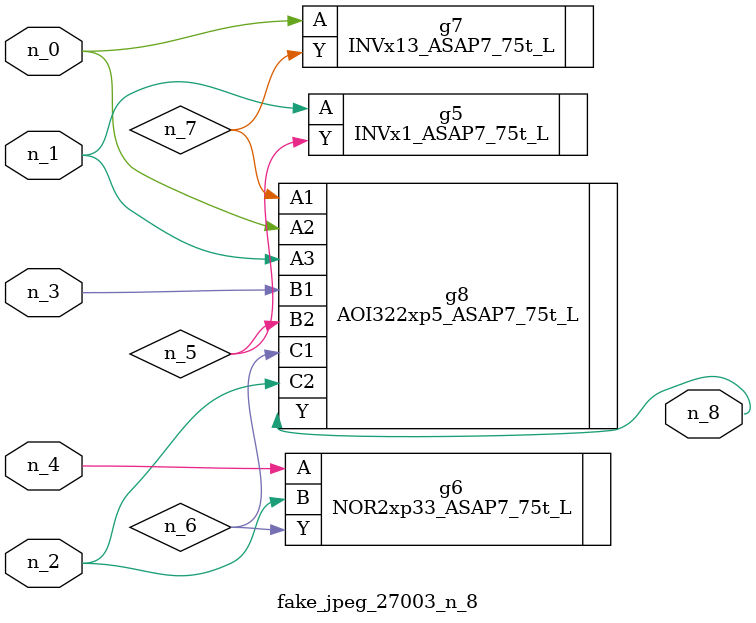
<source format=v>
module fake_jpeg_27003_n_8 (n_3, n_2, n_1, n_0, n_4, n_8);

input n_3;
input n_2;
input n_1;
input n_0;
input n_4;

output n_8;

wire n_6;
wire n_5;
wire n_7;

INVx1_ASAP7_75t_L g5 ( 
.A(n_1),
.Y(n_5)
);

NOR2xp33_ASAP7_75t_L g6 ( 
.A(n_4),
.B(n_2),
.Y(n_6)
);

INVx13_ASAP7_75t_L g7 ( 
.A(n_0),
.Y(n_7)
);

AOI322xp5_ASAP7_75t_L g8 ( 
.A1(n_7),
.A2(n_0),
.A3(n_1),
.B1(n_3),
.B2(n_5),
.C1(n_6),
.C2(n_2),
.Y(n_8)
);


endmodule
</source>
